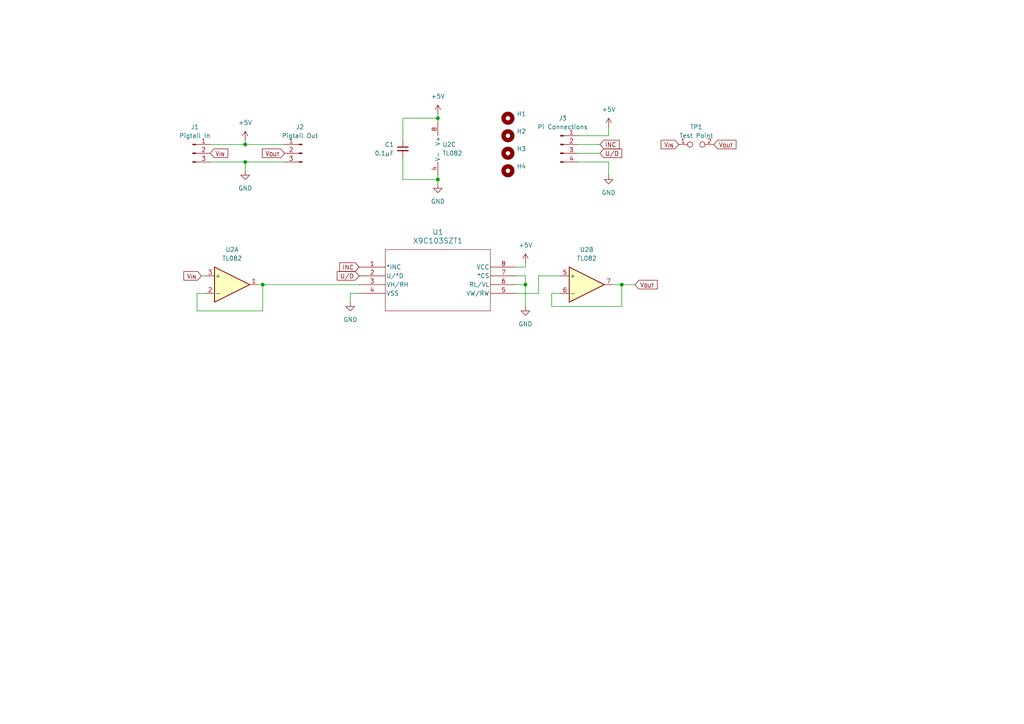
<source format=kicad_sch>
(kicad_sch (version 20231120) (generator "eeschema") (generator_version "8.0")
  (paper "A4")
  (lib_symbols
    (symbol "Amplifier_Operational:TL082" (pin_names (offset 0.127))
      (property "Reference" "U" (at 0 5.08 0))
      (property "Value" "TL082" (at 0 -5.08 0))
      (symbol "TL082_1_1"
        (polyline (pts (xy -5.08 5.08) (xy 5.08 0) (xy -5.08 -5.08) (xy -5.08 5.08)) (stroke (width 0.254)) (fill (type background)))
        (pin output line (at 7.62 0 180) (length 2.54) (name "~") (number "1"))
        (pin input line (at -7.62 -2.54 0) (length 2.54) (name "-") (number "2"))
        (pin input line (at -7.62 2.54 0) (length 2.54) (name "+") (number "3"))
      )
      (symbol "TL082_2_1"
        (polyline (pts (xy -5.08 5.08) (xy 5.08 0) (xy -5.08 -5.08) (xy -5.08 5.08)) (stroke (width 0.254)) (fill (type background)))
        (pin input line (at -7.62 2.54 0) (length 2.54) (name "+") (number "5"))
        (pin input line (at -7.62 -2.54 0) (length 2.54) (name "-") (number "6"))
        (pin output line (at 7.62 0 180) (length 2.54) (name "~") (number "7"))
      )
      (symbol "TL082_3_1"
        (pin power_in line (at -2.54 -7.62 90) (length 3.81) (name "V-") (number "4"))
        (pin power_in line (at -2.54 7.62 270) (length 3.81) (name "V+") (number "8"))
      )
    )
    (symbol "Connector:Conn_01x03_Pin" (pin_names (offset 1.016) hide)
      (property "Reference" "J" (at 0 5.08 0))
      (property "Value" "Conn_01x03_Pin" (at 0 -5.08 0))
      (symbol "Conn_01x03_Pin_1_1"
        (polyline (pts (xy 1.27 -2.54) (xy 0.8636 -2.54)) (stroke (width 0.1524)))
        (polyline (pts (xy 1.27 0) (xy 0.8636 0)) (stroke (width 0.1524)))
        (polyline (pts (xy 1.27 2.54) (xy 0.8636 2.54)) (stroke (width 0.1524)))
        (rectangle (start 0.8636 -2.413) (end 0 -2.667) (stroke (width 0.1524)) (fill (type outline)))
        (rectangle (start 0.8636 0.127) (end 0 -0.127) (stroke (width 0.1524)) (fill (type outline)))
        (rectangle (start 0.8636 2.667) (end 0 2.413) (stroke (width 0.1524)) (fill (type outline)))
        (pin passive line (at 5.08 2.54 180) (length 3.81) (name "Pin_1") (number "1"))
        (pin passive line (at 5.08 0 180) (length 3.81) (name "Pin_2") (number "2"))
        (pin passive line (at 5.08 -2.54 180) (length 3.81) (name "Pin_3") (number "3"))
      )
    )
    (symbol "Connector:Conn_01x04_Pin" (pin_names (offset 1.016) hide)
      (property "Reference" "J" (at 0 5.08 0))
      (property "Value" "Conn_01x04_Pin" (at 0 -7.62 0))
      (symbol "Conn_01x04_Pin_1_1"
        (polyline (pts (xy 1.27 -5.08) (xy 0.8636 -5.08)) (stroke (width 0.1524)))
        (polyline (pts (xy 1.27 -2.54) (xy 0.8636 -2.54)) (stroke (width 0.1524)))
        (polyline (pts (xy 1.27 0) (xy 0.8636 0)) (stroke (width 0.1524)))
        (polyline (pts (xy 1.27 2.54) (xy 0.8636 2.54)) (stroke (width 0.1524)))
        (rectangle (start 0.8636 -4.953) (end 0 -5.207) (stroke (width 0.1524)) (fill (type outline)))
        (rectangle (start 0.8636 -2.413) (end 0 -2.667) (stroke (width 0.1524)) (fill (type outline)))
        (rectangle (start 0.8636 0.127) (end 0 -0.127) (stroke (width 0.1524)) (fill (type outline)))
        (rectangle (start 0.8636 2.667) (end 0 2.413) (stroke (width 0.1524)) (fill (type outline)))
        (pin passive line (at 5.08 2.54 180) (length 3.81) (name "Pin_1") (number "1"))
        (pin passive line (at 5.08 0 180) (length 3.81) (name "Pin_2") (number "2"))
        (pin passive line (at 5.08 -2.54 180) (length 3.81) (name "Pin_3") (number "3"))
        (pin passive line (at 5.08 -5.08 180) (length 3.81) (name "Pin_4") (number "4"))
      )
    )
    (symbol "Connector:TestPoint_2Pole" (pin_names (offset 0.762) hide)
      (property "Reference" "TP" (at 0 1.524 0))
      (property "Value" "TestPoint_2Pole" (at 0 -1.778 0))
      (symbol "TestPoint_2Pole_0_1"
        (circle (center -1.778 0) (radius 0.762))
        (circle (center 1.778 0) (radius 0.762))
        (pin passive line (at -5.08 0 0) (length 2.54) (name "1") (number "1"))
        (pin passive line (at 5.08 0 180) (length 2.54) (name "2") (number "2"))
      )
    )
    (symbol "Device:C_Small" (pin_numbers hide) (pin_names (offset 0.254) hide)
      (property "Reference" "C" (at 0.254 1.778 0))
      (property "Value" "C_Small" (at 0.254 -2.032 0))
      (symbol "C_Small_0_1"
        (polyline (pts (xy -1.524 -0.508) (xy 1.524 -0.508)) (stroke (width 0.3302)))
        (polyline (pts (xy -1.524 0.508) (xy 1.524 0.508)) (stroke (width 0.3048)))
      )
      (symbol "C_Small_1_1"
        (pin passive line (at 0 2.54 270) (length 2.032) (name "~") (number "1"))
        (pin passive line (at 0 -2.54 90) (length 2.032) (name "~") (number "2"))
      )
    )
    (symbol "Mechanical:MountingHole" (pin_names (offset 1.016)) (exclude_from_sim yes) (in_bom no)
      (property "Reference" "H" (at 0 5.08 0))
      (property "Value" "MountingHole" (at 0 3.175 0))
      (symbol "MountingHole_0_1"
        (circle (center 0 0) (radius 1.27) (stroke (width 1.27)))
      )
    )
    (symbol "X9C103SZT1:X9C103SZT1" (pin_names (offset 0.254))
      (property "Reference" "U" (at 22.86 10.16 0))
      (property "Value" "X9C103SZT1" (at 22.86 7.62 0))
      (symbol "X9C103SZT1_0_1"
        (polyline (pts (xy 7.62 -12.7) (xy 38.1 -12.7)) (stroke (width 0.127)))
        (polyline (pts (xy 7.62 5.08) (xy 7.62 -12.7)) (stroke (width 0.127)))
        (polyline (pts (xy 38.1 -12.7) (xy 38.1 5.08)) (stroke (width 0.127)))
        (polyline (pts (xy 38.1 5.08) (xy 7.62 5.08)) (stroke (width 0.127)))
        (pin input line (at 0 0 0) (length 7.62) (name "*INC") (number "1"))
        (pin input line (at 0 -2.54 0) (length 7.62) (name "U/*D") (number "2"))
        (pin unspecified line (at 0 -5.08 0) (length 7.62) (name "VH/RH") (number "3"))
        (pin power_out line (at 0 -7.62 0) (length 7.62) (name "VSS") (number "4"))
        (pin unspecified line (at 45.72 -7.62 180) (length 7.62) (name "VW/RW") (number "5"))
        (pin unspecified line (at 45.72 -5.08 180) (length 7.62) (name "RL/VL") (number "6"))
        (pin input line (at 45.72 -2.54 180) (length 7.62) (name "*CS") (number "7"))
        (pin power_in line (at 45.72 0 180) (length 7.62) (name "VCC") (number "8"))
      )
    )
    (symbol "power:+5V" (power) (pin_numbers hide) (pin_names (offset 0) hide)
      (property "Value" "+5V" (at 0 3.556 0))
      (symbol "+5V_0_1"
        (polyline (pts (xy -0.762 1.27) (xy 0 2.54)))
        (polyline (pts (xy 0 0) (xy 0 2.54)))
        (polyline (pts (xy 0 2.54) (xy 0.762 1.27)))
      )
      (symbol "+5V_1_1"
        (pin power_in line (at 0 0 90) (length 0) (name "~") (number "1"))
      )
    )
    (symbol "power:GND" (power) (pin_numbers hide) (pin_names (offset 0) hide)
      (property "Value" "GND" (at 0 -3.81 0))
      (symbol "GND_0_1"
        (polyline (pts (xy 0 0) (xy 0 -1.27) (xy 1.27 -1.27) (xy 0 -2.54) (xy -1.27 -1.27) (xy 0 -1.27)))
      )
      (symbol "GND_1_1"
        (pin power_in line (at 0 0 270) (length 0) (name "~") (number "1"))
      )
    )
  )
  (junction (at 152.4 82.55))
  (junction (at 127 52.07))
  (junction (at 127 34.29))
  (junction (at 71.12 41.91))
  (junction (at 71.12 46.99))
  (junction (at 76.2 82.55))
  (junction (at 180.34 82.55))
  (wire (pts (xy 180.34 82.55) (xy 184.15 82.55)))
  (wire (pts (xy 71.12 49.53) (xy 71.12 46.99)))
  (wire (pts (xy 176.53 36.83) (xy 176.53 39.37)))
  (wire (pts (xy 116.84 52.07) (xy 127 52.07)))
  (wire (pts (xy 173.99 44.45) (xy 167.64 44.45)))
  (wire (pts (xy 116.84 34.29) (xy 127 34.29)))
  (wire (pts (xy 160.02 88.9) (xy 180.34 88.9)))
  (wire (pts (xy 58.42 80.01) (xy 59.69 80.01)))
  (wire (pts (xy 59.69 85.09) (xy 57.15 85.09)))
  (wire (pts (xy 116.84 40.64) (xy 116.84 34.29)))
  (wire (pts (xy 101.6 87.63) (xy 101.6 85.09)))
  (wire (pts (xy 152.4 88.9) (xy 152.4 82.55)))
  (wire (pts (xy 57.15 90.17) (xy 76.2 90.17)))
  (wire (pts (xy 127 34.29) (xy 127 35.56)))
  (wire (pts (xy 156.21 85.09) (xy 156.21 80.01)))
  (wire (pts (xy 76.2 82.55) (xy 104.14 82.55)))
  (wire (pts (xy 127 52.07) (xy 127 50.8)))
  (wire (pts (xy 173.99 41.91) (xy 167.64 41.91)))
  (wire (pts (xy 57.15 85.09) (xy 57.15 90.17)))
  (wire (pts (xy 71.12 40.64) (xy 71.12 41.91)))
  (wire (pts (xy 152.4 82.55) (xy 152.4 80.01)))
  (wire (pts (xy 152.4 76.2) (xy 152.4 77.47)))
  (wire (pts (xy 152.4 80.01) (xy 149.86 80.01)))
  (wire (pts (xy 76.2 90.17) (xy 76.2 82.55)))
  (wire (pts (xy 152.4 77.47) (xy 149.86 77.47)))
  (wire (pts (xy 60.96 41.91) (xy 71.12 41.91)))
  (wire (pts (xy 180.34 82.55) (xy 177.8 82.55)))
  (wire (pts (xy 60.96 46.99) (xy 71.12 46.99)))
  (wire (pts (xy 176.53 39.37) (xy 167.64 39.37)))
  (wire (pts (xy 176.53 50.8) (xy 176.53 46.99)))
  (wire (pts (xy 176.53 46.99) (xy 167.64 46.99)))
  (wire (pts (xy 160.02 85.09) (xy 160.02 88.9)))
  (wire (pts (xy 71.12 46.99) (xy 82.55 46.99)))
  (wire (pts (xy 71.12 41.91) (xy 82.55 41.91)))
  (wire (pts (xy 76.2 82.55) (xy 74.93 82.55)))
  (wire (pts (xy 156.21 80.01) (xy 162.56 80.01)))
  (wire (pts (xy 162.56 85.09) (xy 160.02 85.09)))
  (wire (pts (xy 180.34 88.9) (xy 180.34 82.55)))
  (wire (pts (xy 149.86 82.55) (xy 152.4 82.55)))
  (wire (pts (xy 127 33.02) (xy 127 34.29)))
  (wire (pts (xy 149.86 85.09) (xy 156.21 85.09)))
  (wire (pts (xy 127 53.34) (xy 127 52.07)))
  (wire (pts (xy 116.84 45.72) (xy 116.84 52.07)))
  (wire (pts (xy 101.6 85.09) (xy 104.14 85.09)))
  (global_label "V_{IN}" (shape input) (at 58.42 80.01 180) (property "Intersheetrefs" "${INTERSHEET_REFS}" (effects (hide yes))))
  (global_label "V_{IN}" (shape input) (at 60.96 44.45 0) (property "Intersheetrefs" "${INTERSHEET_REFS}" (effects (hide yes))))
  (global_label "U{slash}D" (shape input) (at 173.99 44.45 0) (property "Intersheetrefs" "${INTERSHEET_REFS}" (effects (hide yes))))
  (global_label "INC" (shape input) (at 104.14 77.47 180) (property "Intersheetrefs" "${INTERSHEET_REFS}" (effects (hide yes))))
  (global_label "V_{OUT}" (shape input) (at 82.55 44.45 180) (property "Intersheetrefs" "${INTERSHEET_REFS}" (effects (hide yes))))
  (global_label "INC" (shape input) (at 173.99 41.91 0) (property "Intersheetrefs" "${INTERSHEET_REFS}" (effects (hide yes))))
  (global_label "U{slash}D" (shape input) (at 104.14 80.01 180) (property "Intersheetrefs" "${INTERSHEET_REFS}" (effects (hide yes))))
  (global_label "V_{OUT}" (shape input) (at 184.15 82.55 0) (property "Intersheetrefs" "${INTERSHEET_REFS}" (effects (hide yes))))
  (global_label "V_{OUT}" (shape input) (at 207.01 41.91 0) (property "Intersheetrefs" "${INTERSHEET_REFS}" (effects (hide yes))))
  (global_label "V_{IN}" (shape input) (at 196.85 41.91 180) (property "Intersheetrefs" "${INTERSHEET_REFS}" (effects (hide yes))))
  (symbol (lib_id "power:+5V") (at 71.12 40.64 0) (unit 1)
    (property "Reference" "#PWR07" (effects (hide yes)))
    (property "Value" "+5V" (at 71.12 35.56 0))
    (property "Description" "Power symbol creates a global label with name \"+5V\"" (effects (hide yes)))
  )
  (symbol (lib_id "power:GND") (at 101.6 87.63 0) (mirror y) (unit 1)
    (property "Reference" "#PWR01" (effects (hide yes)))
    (property "Value" "GND" (at 101.6 92.71 0))
    (property "Description" "Power symbol creates a global label with name \"GND\" , ground" (effects (hide yes)))
  )
  (symbol (lib_id "Mechanical:MountingHole") (at 147.32 39.37 0) (mirror y) (unit 1) (exclude_from_sim yes) (in_bom no)
    (property "Reference" "H2" (at 149.86 38.0999 0) (effects (justify right)))
    (property "Value" "MountingHole" (effects (hide yes)))
    (property "Footprint" "MountingHole:MountingHole_1.5mm" (effects (hide yes)))
    (property "Description" "Mounting Hole without connection" (effects (hide yes)))
  )
  (symbol (lib_id "Connector:Conn_01x03_Pin") (at 87.63 44.45 0) (mirror y) (unit 1)
    (property "Reference" "J2" (at 86.995 36.83 0))
    (property "Value" "Pigtail Out" (at 86.995 39.37 0))
    (property "Footprint" "Connector_Wire:SolderWire-0.75sqmm_1x03_P4.8mm_D1.25mm_OD2.3mm" (effects (hide yes)))
    (property "Description" "Generic connector, single row, 01x03, script generated" (effects (hide yes)))
  )
  (symbol (lib_id "power:+5V") (at 152.4 76.2 0) (unit 1)
    (property "Reference" "#PWR02" (effects (hide yes)))
    (property "Value" "+5V" (at 152.4 71.12 0))
    (property "Description" "Power symbol creates a global label with name \"+5V\"" (effects (hide yes)))
  )
  (symbol (lib_id "power:+5V") (at 176.53 36.83 0) (unit 1)
    (property "Reference" "#PWR09" (effects (hide yes)))
    (property "Value" "+5V" (at 176.53 31.75 0))
    (property "Description" "Power symbol creates a global label with name \"+5V\"" (effects (hide yes)))
  )
  (symbol (lib_id "power:GND") (at 152.4 88.9 0) (mirror y) (unit 1)
    (property "Reference" "#PWR03" (effects (hide yes)))
    (property "Value" "GND" (at 152.4 93.98 0))
    (property "Description" "Power symbol creates a global label with name \"GND\" , ground" (effects (hide yes)))
  )
  (symbol (lib_id "power:GND") (at 127 53.34 0) (mirror y) (unit 1)
    (property "Reference" "#PWR05" (effects (hide yes)))
    (property "Value" "GND" (at 127 58.42 0))
    (property "Description" "Power symbol creates a global label with name \"GND\" , ground" (effects (hide yes)))
  )
  (symbol (lib_id "Mechanical:MountingHole") (at 147.32 49.53 0) (mirror y) (unit 1) (exclude_from_sim yes) (in_bom no)
    (property "Reference" "H4" (at 149.86 48.2599 0) (effects (justify right)))
    (property "Value" "MountingHole" (effects (hide yes)))
    (property "Footprint" "MountingHole:MountingHole_1.5mm" (effects (hide yes)))
    (property "Description" "Mounting Hole without connection" (effects (hide yes)))
  )
  (symbol (lib_id "X9C103SZT1:X9C103SZT1") (at 104.14 77.47 0) (unit 1)
    (property "Reference" "U1" (at 127 67.31 0) (effects (font (size 1.524 1.524))))
    (property "Value" "X9C103SZT1" (at 127 69.85 0) (effects (font (size 1.524 1.524))))
    (property "Footprint" "X9C103SZT1:X9C103SZT1_REN" (effects (hide yes)))
    (property "Datasheet" "X9C103SZT1" (effects (hide yes)))
  )
  (symbol (lib_id "Connector:TestPoint_2Pole") (at 201.93 41.91 0) (unit 1)
    (property "Reference" "TP1" (at 201.93 36.83 0))
    (property "Value" "Test Point" (at 201.93 39.37 0))
    (property "Footprint" "TestPoint:TestPoint_2Pads_Pitch5.08mm_Drill1.3mm" (effects (hide yes)))
    (property "Description" "2-polar test point" (effects (hide yes)))
  )
  (symbol (lib_id "Connector:Conn_01x03_Pin") (at 55.88 44.45 0) (unit 1)
    (property "Reference" "J1" (at 56.515 36.83 0))
    (property "Value" "Pigtail In" (at 56.515 39.37 0))
    (property "Footprint" "Connector_Wire:SolderWire-0.75sqmm_1x03_P4.8mm_D1.25mm_OD2.3mm" (effects (hide yes)))
    (property "Description" "Generic connector, single row, 01x03, script generated" (effects (hide yes)))
  )
  (symbol (lib_id "Amplifier_Operational:TL082") (at 129.54 43.18 0) (unit 3)
    (property "Reference" "U2" (at 128.27 41.9099 0) (effects (justify left)))
    (property "Value" "TL082" (at 128.27 44.4499 0) (effects (justify left)))
    (property "Footprint" "Package_SO:SOIC-8_3.9x4.9mm_P1.27mm" (effects (hide yes)))
    (property "Datasheet" "http://www.ti.com/lit/ds/symlink/tl081.pdf" (effects (hide yes)))
    (property "Description" "Dual JFET-Input Operational Amplifiers, DIP-8/SOIC-8/SSOP-8" (effects (hide yes)))
  )
  (symbol (lib_id "power:+5V") (at 127 33.02 0) (unit 1)
    (property "Reference" "#PWR04" (effects (hide yes)))
    (property "Value" "+5V" (at 127 27.94 0))
    (property "Description" "Power symbol creates a global label with name \"+5V\"" (effects (hide yes)))
  )
  (symbol (lib_id "Device:C_Small") (at 116.84 43.18 0) (unit 1)
    (property "Reference" "C1" (at 114.3 41.9162 0) (effects (justify right)))
    (property "Value" "0.1µF" (at 114.3 44.4562 0) (effects (justify right)))
    (property "Footprint" "Capacitor_SMD:C_0805_2012Metric" (effects (hide yes)))
    (property "Description" "Unpolarized capacitor, small symbol" (effects (hide yes)))
  )
  (symbol (lib_id "Amplifier_Operational:TL082") (at 170.18 82.55 0) (unit 2)
    (property "Reference" "U2" (at 170.18 72.39 0))
    (property "Value" "TL082" (at 170.18 74.93 0))
    (property "Footprint" "Package_SO:SOIC-8_3.9x4.9mm_P1.27mm" (effects (hide yes)))
    (property "Datasheet" "http://www.ti.com/lit/ds/symlink/tl081.pdf" (effects (hide yes)))
    (property "Description" "Dual JFET-Input Operational Amplifiers, DIP-8/SOIC-8/SSOP-8" (effects (hide yes)))
  )
  (symbol (lib_id "power:GND") (at 71.12 49.53 0) (mirror y) (unit 1)
    (property "Reference" "#PWR06" (effects (hide yes)))
    (property "Value" "GND" (at 71.12 54.61 0))
    (property "Description" "Power symbol creates a global label with name \"GND\" , ground" (effects (hide yes)))
  )
  (symbol (lib_id "Amplifier_Operational:TL082") (at 67.31 82.55 0) (unit 1)
    (property "Reference" "U2" (at 67.31 72.39 0))
    (property "Value" "TL082" (at 67.31 74.93 0))
    (property "Footprint" "Package_SO:SOIC-8_3.9x4.9mm_P1.27mm" (effects (hide yes)))
    (property "Datasheet" "http://www.ti.com/lit/ds/symlink/tl081.pdf" (effects (hide yes)))
    (property "Description" "Dual JFET-Input Operational Amplifiers, DIP-8/SOIC-8/SSOP-8" (effects (hide yes)))
  )
  (symbol (lib_id "Connector:Conn_01x04_Pin") (at 162.56 41.91 0) (unit 1)
    (property "Reference" "J3" (at 163.195 34.29 0))
    (property "Value" "Pi Connections" (at 163.195 36.83 0))
    (property "Footprint" "Connector_Wire:SolderWire-0.25sqmm_1x04_P4.2mm_D0.65mm_OD1.7mm" (effects (hide yes)))
    (property "Description" "Generic connector, single row, 01x04, script generated" (effects (hide yes)))
  )
  (symbol (lib_id "power:GND") (at 176.53 50.8 0) (mirror y) (unit 1)
    (property "Reference" "#PWR08" (effects (hide yes)))
    (property "Value" "GND" (at 176.53 55.88 0))
    (property "Description" "Power symbol creates a global label with name \"GND\" , ground" (effects (hide yes)))
  )
  (symbol (lib_id "Mechanical:MountingHole") (at 147.32 34.29 0) (mirror y) (unit 1) (exclude_from_sim yes) (in_bom no)
    (property "Reference" "H1" (at 149.86 33.0199 0) (effects (justify right)))
    (property "Value" "MountingHole" (effects (hide yes)))
    (property "Footprint" "MountingHole:MountingHole_1.5mm" (effects (hide yes)))
    (property "Description" "Mounting Hole without connection" (effects (hide yes)))
  )
  (symbol (lib_id "Mechanical:MountingHole") (at 147.32 44.45 0) (mirror y) (unit 1) (exclude_from_sim yes) (in_bom no)
    (property "Reference" "H3" (at 149.86 43.1799 0) (effects (justify right)))
    (property "Value" "MountingHole" (effects (hide yes)))
    (property "Footprint" "MountingHole:MountingHole_1.5mm" (effects (hide yes)))
    (property "Description" "Mounting Hole without connection" (effects (hide yes)))
  )
)
</source>
